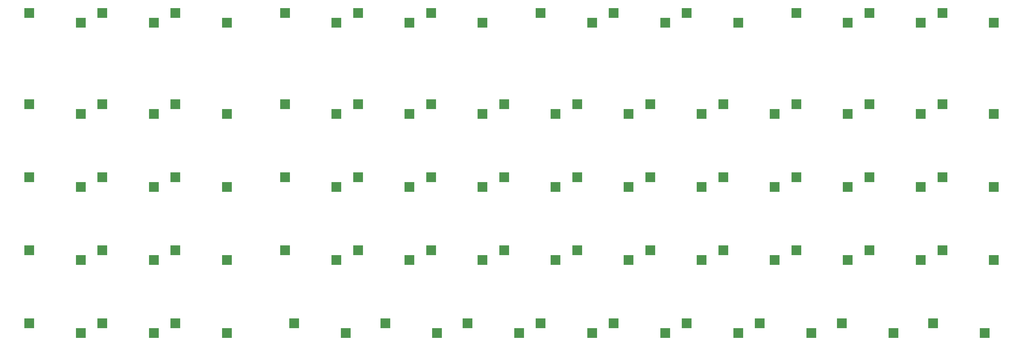
<source format=gtp>
G04 #@! TF.GenerationSoftware,KiCad,Pcbnew,(5.1.10)-1*
G04 #@! TF.CreationDate,2022-01-11T02:36:13-06:00*
G04 #@! TF.ProjectId,O'Shambles,4f275368-616d-4626-9c65-732e6b696361,rev?*
G04 #@! TF.SameCoordinates,Original*
G04 #@! TF.FileFunction,Paste,Top*
G04 #@! TF.FilePolarity,Positive*
%FSLAX46Y46*%
G04 Gerber Fmt 4.6, Leading zero omitted, Abs format (unit mm)*
G04 Created by KiCad (PCBNEW (5.1.10)-1) date 2022-01-11 02:36:13*
%MOMM*%
%LPD*%
G01*
G04 APERTURE LIST*
%ADD10R,2.550000X2.500000*%
G04 APERTURE END LIST*
D10*
X261585000Y-59007500D03*
X275035000Y-61547500D03*
X242535000Y-59007500D03*
X255985000Y-61547500D03*
X23460000Y-101870000D03*
X36910000Y-104410000D03*
X23460000Y-139970000D03*
X36910000Y-142510000D03*
X272653750Y-142510000D03*
X259203750Y-139970000D03*
X248841250Y-142510000D03*
X235391250Y-139970000D03*
X227410000Y-142510000D03*
X213960000Y-139970000D03*
X208360000Y-142510000D03*
X194910000Y-139970000D03*
X189310000Y-142510000D03*
X175860000Y-139970000D03*
X170260000Y-142510000D03*
X156810000Y-139970000D03*
X151210000Y-142510000D03*
X137760000Y-139970000D03*
X129778750Y-142510000D03*
X116328750Y-139970000D03*
X105966250Y-142510000D03*
X92516250Y-139970000D03*
X75010000Y-142510000D03*
X61560000Y-139970000D03*
X55960000Y-142510000D03*
X42510000Y-139970000D03*
X261585000Y-120920000D03*
X275035000Y-123460000D03*
X242535000Y-120920000D03*
X255985000Y-123460000D03*
X223485000Y-120920000D03*
X236935000Y-123460000D03*
X204435000Y-120920000D03*
X217885000Y-123460000D03*
X185385000Y-120920000D03*
X198835000Y-123460000D03*
X166335000Y-120920000D03*
X179785000Y-123460000D03*
X147285000Y-120920000D03*
X160735000Y-123460000D03*
X128235000Y-120920000D03*
X141685000Y-123460000D03*
X109185000Y-120920000D03*
X122635000Y-123460000D03*
X90135000Y-120920000D03*
X103585000Y-123460000D03*
X61560000Y-120920000D03*
X75010000Y-123460000D03*
X42510000Y-120920000D03*
X55960000Y-123460000D03*
X23460000Y-120920000D03*
X36910000Y-123460000D03*
X261585000Y-101870000D03*
X275035000Y-104410000D03*
X242535000Y-101870000D03*
X255985000Y-104410000D03*
X223485000Y-101870000D03*
X236935000Y-104410000D03*
X204435000Y-101870000D03*
X217885000Y-104410000D03*
X185385000Y-101870000D03*
X198835000Y-104410000D03*
X166335000Y-101870000D03*
X179785000Y-104410000D03*
X147285000Y-101870000D03*
X160735000Y-104410000D03*
X128235000Y-101870000D03*
X141685000Y-104410000D03*
X109185000Y-101870000D03*
X122635000Y-104410000D03*
X90135000Y-101870000D03*
X103585000Y-104410000D03*
X61560000Y-101870000D03*
X75010000Y-104410000D03*
X42510000Y-101870000D03*
X55960000Y-104410000D03*
X261585000Y-82820000D03*
X275035000Y-85360000D03*
X242535000Y-82820000D03*
X255985000Y-85360000D03*
X223485000Y-82820000D03*
X236935000Y-85360000D03*
X204435000Y-82820000D03*
X217885000Y-85360000D03*
X185385000Y-82820000D03*
X198835000Y-85360000D03*
X166335000Y-82820000D03*
X179785000Y-85360000D03*
X147285000Y-82820000D03*
X160735000Y-85360000D03*
X128235000Y-82820000D03*
X141685000Y-85360000D03*
X109185000Y-82820000D03*
X122635000Y-85360000D03*
X90135000Y-82820000D03*
X103585000Y-85360000D03*
X61560000Y-82820000D03*
X75010000Y-85360000D03*
X42510000Y-82820000D03*
X55960000Y-85360000D03*
X23460000Y-82820000D03*
X36910000Y-85360000D03*
X223485000Y-59007500D03*
X236935000Y-61547500D03*
X194910000Y-59007500D03*
X208360000Y-61547500D03*
X175860000Y-59007500D03*
X189310000Y-61547500D03*
X156810000Y-59007500D03*
X170260000Y-61547500D03*
X128235000Y-59007500D03*
X141685000Y-61547500D03*
X109185000Y-59007500D03*
X122635000Y-61547500D03*
X90135000Y-59007500D03*
X103585000Y-61547500D03*
X61560000Y-59007500D03*
X75010000Y-61547500D03*
X42510000Y-59007500D03*
X55960000Y-61547500D03*
X23460000Y-59007500D03*
X36910000Y-61547500D03*
M02*

</source>
